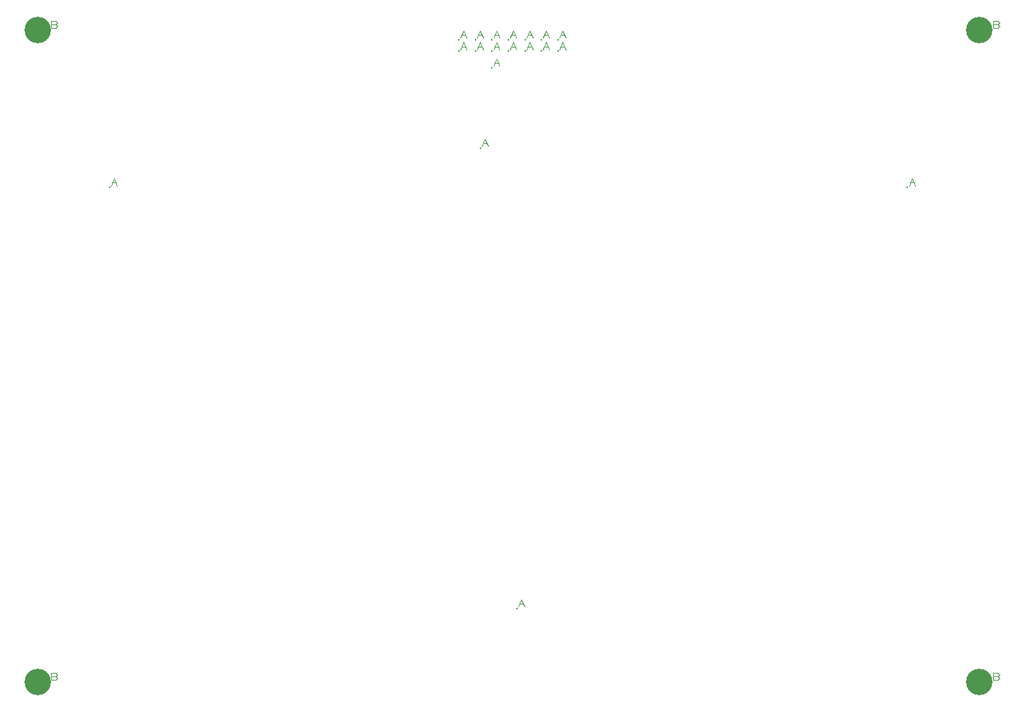
<source format=gbr>
G04 GENERATED BY PULSONIX 7.0 GERBER.DLL 4573*
%INHILLSTAR_95X60_EL_V1_0*%
%LNGERBER_DRILL*%
%FSLAX33Y33*%
%IPPOS*%
%LPD*%
%OFA0B0*%
%MOMM*%
%ADD15C,0.125*%
%ADD146C,0.250*%
%ADD698C,3.200*%
X0Y0D02*
D02*
D15*
X75205Y88199D02*
X75352Y88125D01*
X75426Y87978*
X75352Y87831*
X75205Y87758*
X74691*
Y88640*
X75205*
X75352Y88566*
X75426Y88419*
X75352Y88272*
X75205Y88199*
X74691*
X75205Y167199D02*
X75352Y167125D01*
X75426Y166978*
X75352Y166831*
X75205Y166758*
X74691*
Y167640*
X75205*
X75352Y167566*
X75426Y167419*
X75352Y167272*
X75205Y167199*
X74691*
X81916Y147658D02*
X82283Y148540D01*
X82651Y147658*
X82063Y148025D02*
X82504Y148025D01*
X124216Y164158D02*
X124583Y165040D01*
X124951Y164158*
X124363Y164525D02*
X124804Y164525D01*
X124216Y165558D02*
X124583Y166440D01*
X124951Y165558*
X124363Y165925D02*
X124804Y165925D01*
X126216Y164158D02*
X126583Y165040D01*
X126951Y164158*
X126363Y164525D02*
X126804Y164525D01*
X126216Y165558D02*
X126583Y166440D01*
X126951Y165558*
X126363Y165925D02*
X126804Y165925D01*
X126816Y152458D02*
X127183Y153340D01*
X127551Y152458*
X126963Y152825D02*
X127404Y152825D01*
X128216Y162158D02*
X128583Y163040D01*
X128951Y162158*
X128363Y162525D02*
X128804Y162525D01*
X128216Y164158D02*
X128583Y165040D01*
X128951Y164158*
X128363Y164525D02*
X128804Y164525D01*
X128216Y165558D02*
X128583Y166440D01*
X128951Y165558*
X128363Y165925D02*
X128804Y165925D01*
X130216Y164158D02*
X130583Y165040D01*
X130951Y164158*
X130363Y164525D02*
X130804Y164525D01*
X130216Y165558D02*
X130583Y166440D01*
X130951Y165558*
X130363Y165925D02*
X130804Y165925D01*
X131216Y96658D02*
X131583Y97540D01*
X131951Y96658*
X131363Y97025D02*
X131804Y97025D01*
X132216Y164158D02*
X132583Y165040D01*
X132951Y164158*
X132363Y164525D02*
X132804Y164525D01*
X132216Y165558D02*
X132583Y166440D01*
X132951Y165558*
X132363Y165925D02*
X132804Y165925D01*
X134216Y164158D02*
X134583Y165040D01*
X134951Y164158*
X134363Y164525D02*
X134804Y164525D01*
X134216Y165558D02*
X134583Y166440D01*
X134951Y165558*
X134363Y165925D02*
X134804Y165925D01*
X136216Y164158D02*
X136583Y165040D01*
X136951Y164158*
X136363Y164525D02*
X136804Y164525D01*
X136216Y165558D02*
X136583Y166440D01*
X136951Y165558*
X136363Y165925D02*
X136804Y165925D01*
X178516Y147658D02*
X178883Y148540D01*
X179251Y147658*
X178663Y148025D02*
X179104Y148025D01*
X189205Y88199D02*
X189352Y88125D01*
X189426Y87978*
X189352Y87831*
X189205Y87758*
X188691*
Y88640*
X189205*
X189352Y88566*
X189426Y88419*
X189352Y88272*
X189205Y88199*
X188691*
X189205Y167199D02*
X189352Y167125D01*
X189426Y166978*
X189352Y166831*
X189205Y166758*
X188691*
Y167640*
X189205*
X189352Y167566*
X189426Y167419*
X189352Y167272*
X189205Y167199*
X188691*
D02*
D146*
X81728Y147437D03*
X124028Y163937D03*
Y165337D03*
X126028Y163937D03*
Y165337D03*
X126628Y152237D03*
X128028Y161937D03*
Y163937D03*
Y165337D03*
X130028Y163937D03*
Y165337D03*
X131028Y96437D03*
X132028Y163937D03*
Y165337D03*
X134028Y163937D03*
Y165337D03*
X136028Y163937D03*
Y165337D03*
X178328Y147437D03*
D02*
D698*
X73028Y87537D03*
Y166537D03*
X187028Y87537D03*
Y166537D03*
X0Y0D02*
M02*

</source>
